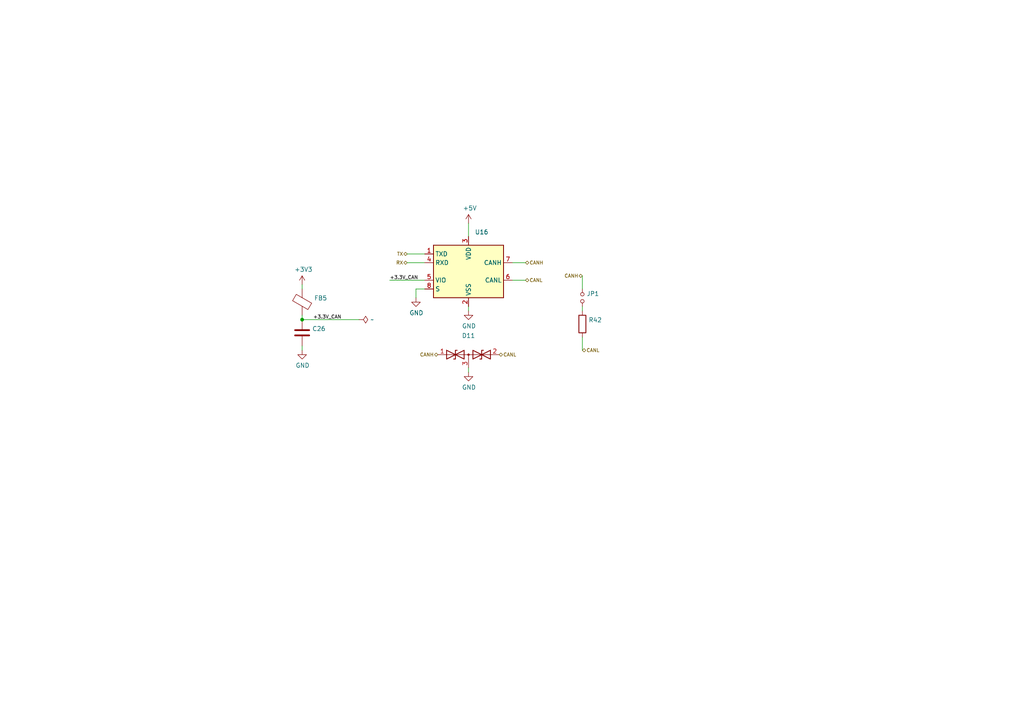
<source format=kicad_sch>
(kicad_sch (version 20211123) (generator eeschema)
  (paper "A4")
  (title_block (title "CAN"))
  (lib_symbols
    (symbol "Device:C" (pin_numbers hide) (pin_names (offset 0.254))
      (property "Reference" "C" (at 0.635 2.54 0))
      (property "Value" "C" (at 0.635 -2.54 0))
      (symbol "C_0_1"
        (polyline (pts (xy -2.032 -0.762) (xy 2.032 -0.762)) (stroke (width 0.508)))
        (polyline (pts (xy -2.032 0.762) (xy 2.032 0.762)) (stroke (width 0.508)))
      )
      (symbol "C_1_1"
        (pin passive line (at 0 3.81 270) (length 2.794) (name "~") (number "1"))
        (pin passive line (at 0 -3.81 90) (length 2.794) (name "~") (number "2"))
      )
    )
    (symbol "Device:R" (pin_numbers hide) (pin_names (offset 0))
      (property "Reference" "R" (at 2.032 0 90))
      (property "Value" "R" (at 0 0 90))
      (symbol "R_0_1"
        (rectangle (start -1.016 -2.54) (end 1.016 2.54) (stroke (width 0.254)))
      )
      (symbol "R_1_1"
        (pin passive line (at 0 3.81 270) (length 1.27) (name "~") (number "1"))
        (pin passive line (at 0 -3.81 90) (length 1.27) (name "~") (number "2"))
      )
    )
    (symbol "Interface_CAN_LIN:MCP2558FD-xSN"
      (property "Reference" "U" (at -10.16 10.16 0))
      (property "Value" "MCP2558FD-xSN" (at 2.54 10.16 0))
      (symbol "MCP2558FD-xSN_0_1"
        (rectangle (start -10.16 7.62) (end 10.16 -7.62) (stroke (width 0.254)) (fill (type background)))
      )
      (symbol "MCP2558FD-xSN_1_1"
        (pin input line (at -12.7 5.08 0) (length 2.54) (name "TXD") (number "1"))
        (pin power_in line (at 0 -10.16 90) (length 2.54) (name "VSS") (number "2"))
        (pin power_in line (at 0 10.16 270) (length 2.54) (name "VDD") (number "3"))
        (pin output line (at -12.7 2.54 0) (length 2.54) (name "RXD") (number "4"))
        (pin power_in line (at -12.7 -2.54 0) (length 2.54) (name "VIO") (number "5"))
        (pin bidirectional line (at 12.7 -2.54 180) (length 2.54) (name "CANL") (number "6"))
        (pin bidirectional line (at 12.7 2.54 180) (length 2.54) (name "CANH") (number "7"))
        (pin input line (at -12.7 -5.08 0) (length 2.54) (name "S") (number "8"))
      )
    )
    (symbol "karta_pomiarowa_v2-rescue:+3.3V-power" (power) (pin_names (offset 0))
      (property "Value" "+3.3V-power" (at 0 3.556 0))
      (symbol "+3.3V-power_0_1"
        (polyline (pts (xy -0.762 1.27) (xy 0 2.54)))
        (polyline (pts (xy 0 0) (xy 0 2.54)))
        (polyline (pts (xy 0 2.54) (xy 0.762 1.27)))
      )
      (symbol "+3.3V-power_1_1"
        (pin power_in line (at 0 0 90) (length 0) hide (name "+3V3") (number "1"))
      )
    )
    (symbol "karta_pomiarowa_v2-rescue:D_TVS_x2_AAC-Device" (pin_names (offset 1.016) hide)
      (property "Reference" "D" (at 0 4.445 0))
      (property "Value" "D_TVS_x2_AAC-Device" (at 0 2.54 0))
      (symbol "D_TVS_x2_AAC-Device_0_0"
        (polyline (pts (xy 0 -1.27) (xy 0 0)))
      )
      (symbol "D_TVS_x2_AAC-Device_0_1"
        (polyline (pts (xy -6.35 0) (xy 6.35 0)))
        (polyline (pts (xy -3.302 1.27) (xy -3.81 1.27) (xy -3.81 -1.27) (xy -4.318 -1.27)) (stroke (width 0.254)))
        (polyline (pts (xy 4.318 1.27) (xy 3.81 1.27) (xy 3.81 -1.27) (xy 3.302 -1.27)) (stroke (width 0.254)))
        (polyline (pts (xy -6.35 1.27) (xy -1.27 -1.27) (xy -1.27 1.27) (xy -6.35 -1.27) (xy -6.35 1.27)) (stroke (width 0.254)))
        (polyline (pts (xy 6.35 1.27) (xy 1.27 -1.27) (xy 1.27 1.27) (xy 6.35 -1.27) (xy 6.35 1.27)) (stroke (width 0.254)))
        (circle (center 0 0) (radius 0.254) (fill (type outline)))
      )
      (symbol "D_TVS_x2_AAC-Device_1_1"
        (pin passive line (at -8.89 0 0) (length 2.54) (name "A1") (number "1"))
        (pin passive line (at 8.89 0 180) (length 2.54) (name "A2") (number "2"))
        (pin input line (at 0 -3.81 90) (length 2.54) (name "common") (number "3"))
      )
    )
    (symbol "karta_pomiarowa_v2-rescue:Ferrite_Bead-Device" (pin_numbers hide) (pin_names (offset 0))
      (property "Reference" "FB" (at -3.81 0.635 90))
      (property "Value" "Ferrite_Bead-Device" (at 3.81 0 90))
      (symbol "Ferrite_Bead-Device_0_1"
        (polyline (pts (xy 0 -1.27) (xy 0 -1.2192)))
        (polyline (pts (xy 0 1.27) (xy 0 1.2954)))
        (polyline (pts (xy -2.7686 0.4064) (xy -1.7018 2.2606) (xy 2.7686 -0.3048) (xy 1.6764 -2.159) (xy -2.7686 0.4064)))
      )
      (symbol "Ferrite_Bead-Device_1_1"
        (pin passive line (at 0 3.81 270) (length 2.54) (name "~") (number "1"))
        (pin passive line (at 0 -3.81 90) (length 2.54) (name "~") (number "2"))
      )
    )
    (symbol "karta_pomiarowa_v2-rescue:Jumper_NO_Small-Device" (pin_numbers hide) (pin_names (offset 0.762) hide)
      (property "Reference" "JP" (at 0 2.032 0))
      (property "Value" "Jumper_NO_Small-Device" (at 0.254 -1.524 0))
      (symbol "Jumper_NO_Small-Device_0_1"
        (circle (center -1.016 0) (radius 0.508))
        (circle (center 1.016 0) (radius 0.508))
        (pin passive line (at -2.54 0 0) (length 1.016) (name "1") (number "1"))
        (pin passive line (at 2.54 0 180) (length 1.016) (name "2") (number "2"))
      )
    )
    (symbol "power:+5V" (power) (pin_names (offset 0))
      (property "Value" "+5V" (at 0 3.556 0))
      (symbol "+5V_0_1"
        (polyline (pts (xy -0.762 1.27) (xy 0 2.54)))
        (polyline (pts (xy 0 0) (xy 0 2.54)))
        (polyline (pts (xy 0 2.54) (xy 0.762 1.27)))
      )
      (symbol "+5V_1_1"
        (pin power_in line (at 0 0 90) (length 0) hide (name "+5V") (number "1"))
      )
    )
    (symbol "power:GND" (power) (pin_names (offset 0))
      (property "Value" "GND" (at 0 -3.81 0))
      (symbol "GND_0_1"
        (polyline (pts (xy 0 0) (xy 0 -1.27) (xy 1.27 -1.27) (xy 0 -2.54) (xy -1.27 -1.27) (xy 0 -1.27)))
      )
      (symbol "GND_1_1"
        (pin power_in line (at 0 0 270) (length 0) hide (name "GND") (number "1"))
      )
    )
    (symbol "power:PWR_FLAG" (power) (pin_numbers hide) (pin_names (offset 0) hide)
      (property "Value" "PWR_FLAG" (at 0 3.81 0))
      (symbol "PWR_FLAG_0_0"
        (pin power_out line (at 0 0 90) (length 0) (name "pwr") (number "1"))
      )
      (symbol "PWR_FLAG_0_1"
        (polyline (pts (xy 0 0) (xy 0 1.27) (xy -1.016 1.905) (xy 0 2.54) (xy 1.016 1.905) (xy 0 1.27)))
      )
    )
  )
  (junction (at 87.63 92.71))
  (wire (pts (xy 152.4 76.2) (xy 148.59 76.2)))
  (wire (pts (xy 168.91 97.79) (xy 168.91 101.6)))
  (wire (pts (xy 123.19 83.82) (xy 120.65 83.82)))
  (wire (pts (xy 123.19 81.28) (xy 113.03 81.28)))
  (wire (pts (xy 168.91 83.82) (xy 168.91 80.01)))
  (wire (pts (xy 123.19 73.66) (xy 118.11 73.66)))
  (wire (pts (xy 87.63 101.6) (xy 87.63 100.33)))
  (wire (pts (xy 104.14 92.71) (xy 87.63 92.71)))
  (wire (pts (xy 148.59 81.28) (xy 152.4 81.28)))
  (wire (pts (xy 135.89 106.68) (xy 135.89 107.95)))
  (wire (pts (xy 168.91 90.17) (xy 168.91 88.9)))
  (wire (pts (xy 120.65 83.82) (xy 120.65 86.36)))
  (wire (pts (xy 87.63 92.71) (xy 87.63 91.44)))
  (wire (pts (xy 123.19 76.2) (xy 118.11 76.2)))
  (wire (pts (xy 135.89 90.17) (xy 135.89 88.9)))
  (wire (pts (xy 87.63 83.82) (xy 87.63 82.55)))
  (wire (pts (xy 135.89 68.58) (xy 135.89 64.77)))
  (label "+3.3V_CAN" (at 113.03 81.28 0) (effects (font (size 0.9906 0.9906))))
  (label "+3.3V_CAN" (at 99.06 92.71 180) (effects (font (size 0.9906 0.9906))))
  (hierarchical_label "CANH" (shape bidirectional) (at 152.4 76.2 0) (effects (font (size 0.9906 0.9906))))
  (hierarchical_label "TX" (shape bidirectional) (at 118.11 73.66 180) (effects (font (size 0.9906 0.9906))))
  (hierarchical_label "RX" (shape bidirectional) (at 118.11 76.2 180) (effects (font (size 0.9906 0.9906))))
  (hierarchical_label "CANL" (shape bidirectional) (at 168.91 101.6 0) (effects (font (size 0.9906 0.9906))))
  (hierarchical_label "CANL" (shape bidirectional) (at 144.78 102.87 0) (effects (font (size 0.9906 0.9906))))
  (hierarchical_label "CANH" (shape bidirectional) (at 127 102.87 180) (effects (font (size 0.9906 0.9906))))
  (hierarchical_label "CANL" (shape bidirectional) (at 152.4 81.28 0) (effects (font (size 0.9906 0.9906))))
  (hierarchical_label "CANH" (shape bidirectional) (at 168.91 80.01 180) (effects (font (size 0.9906 0.9906))))
  (symbol (lib_id "Interface_CAN_LIN:MCP2558FD-xSN") (at 135.89 78.74 0) (unit 1)
    (property "Reference" "U16" (at 139.7 67.31 0))
    (property "Datasheet" "https://pl.mouser.com/datasheet/2/268/ATA6560_ATA6561_High_Speed_CAN_Transceiver_DS20005-1384933.pdf" (effects hide))
  )
  (symbol (lib_id "karta_pomiarowa_v2-rescue:+3.3V-power") (at 87.63 82.55 0) (unit 1)
    (property "Reference" "#PWR064" (effects hide))
  )
  (symbol (lib_id "karta_pomiarowa_v2-rescue:Ferrite_Bead-Device") (at 87.63 87.63 0) (unit 1)
    (property "Reference" "FB5" (at 91.1098 86.4616 0) (effects (justify left)))
  )
  (symbol (lib_id "Device:C") (at 87.63 96.52 0) (unit 1)
    (property "Reference" "C26" (at 90.551 95.3516 0) (effects (justify left)))
  )
  (symbol (lib_id "power:GND") (at 87.63 101.6 0) (unit 1)
    (property "Reference" "#PWR065" (effects hide))
  )
  (symbol (lib_id "power:GND") (at 135.89 90.17 0) (unit 1)
    (property "Reference" "#PWR068" (effects hide))
  )
  (symbol (lib_id "karta_pomiarowa_v2-rescue:D_TVS_x2_AAC-Device") (at 135.89 102.87 0) (unit 1)
    (property "Reference" "D11" (at 135.89 97.3582 0))
  )
  (symbol (lib_id "power:GND") (at 135.89 107.95 0) (unit 1)
    (property "Reference" "#PWR069" (effects hide))
  )
  (symbol (lib_id "karta_pomiarowa_v2-rescue:Jumper_NO_Small-Device") (at 168.91 86.36 270) (unit 1)
    (property "Reference" "JP1" (at 170.1292 85.1916 90) (effects (justify left)))
  )
  (symbol (lib_id "Device:R") (at 168.91 93.98 0) (unit 1)
    (property "Reference" "R42" (at 170.688 92.8116 0) (effects (justify left)))
  )
  (symbol (lib_id "power:GND") (at 120.65 86.36 0) (unit 1)
    (property "Reference" "#PWR066" (effects hide))
  )
  (symbol (lib_id "power:+5V") (at 135.89 64.77 0) (unit 1)
    (property "Reference" "#PWR067" (effects hide))
  )
  (symbol (lib_id "power:PWR_FLAG") (at 104.14 92.71 270) (unit 1)
    (property "Reference" "#FLG05" (effects hide))
  )
)
</source>
